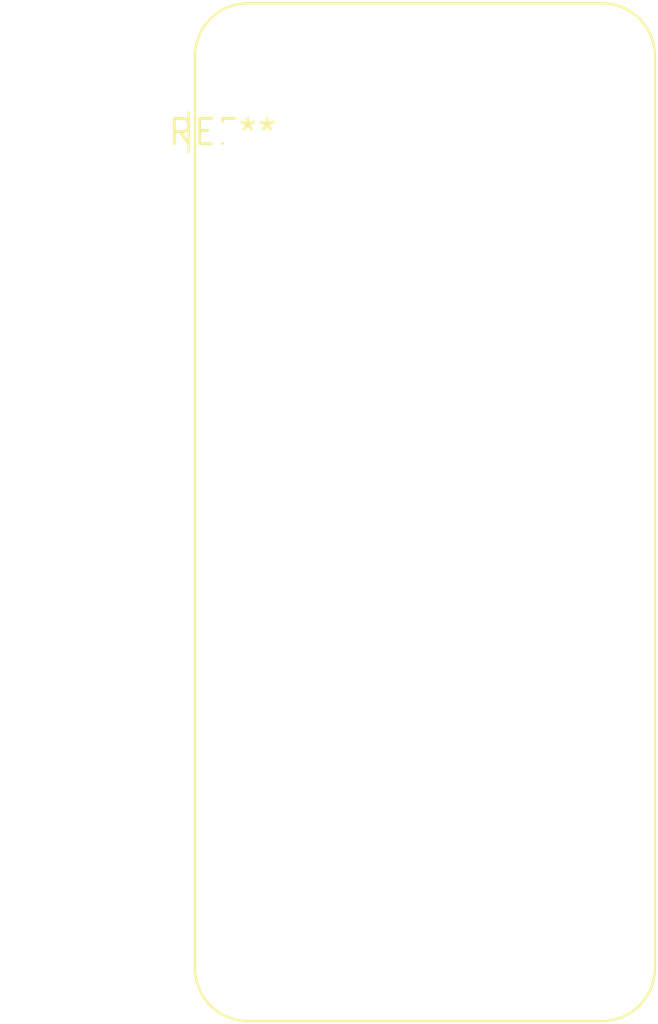
<source format=kicad_pcb>
(kicad_pcb (version 20240108) (generator pcbnew)
  (layers (0 "F.Cu" signal) (31 "B.Cu" signal) (34 "B.Paste" user) (35 "F.Paste" user) (36 "B.SilkS" user "B.Silkscreen") (37 "F.SilkS" user "F.Silkscreen") (38 "B.Mask" user) (39 "F.Mask" user) (44 "Edge.Cuts" user))
  (net 0 "")
  (footprint "Adafruit_Feather_WICED" (layer "F.Cu") (at 0 0)
    (property "Reference" "REF**")
    (property "Value" "Adafruit_Feather_WICED")
    (fp_line (start -1.7 1) (end -1.7 -1) (layer "F.SilkS") (stroke (width 0.12)))
    (fp_line (start -1.38 -3.81) (end -1.38 41.91) (layer "F.SilkS") (stroke (width 0.12)))
    (fp_line (start 19.05 -6.46) (end 1.27 -6.46) (layer "F.SilkS") (stroke (width 0.12)))
    (fp_line (start 19.05 44.56) (end 1.27 44.56) (layer "F.SilkS") (stroke (width 0.12)))
    (fp_line (start 21.7 -3.81) (end 21.7 41.91) (layer "F.SilkS") (stroke (width 0.12)))
    (fp_arc (start -1.38 -3.81) (mid -0.603833 -5.683833) (end 1.27 -6.46) (layer "F.SilkS") (stroke (width 0.12)))
    (fp_arc (start 1.27 44.56) (mid -0.603833 43.783833) (end -1.38 41.91) (layer "F.SilkS") (stroke (width 0.12)))
    (fp_arc (start 19.05 -6.46) (mid 20.923833 -5.683833) (end 21.7 -3.81) (layer "F.SilkS") (stroke (width 0.12)))
    (fp_arc (start 21.7 41.91) (mid 20.923833 43.783833) (end 19.05 44.56) (layer "F.SilkS") (stroke (width 0.12)))
    (pad "1" thru_hole roundrect (at 0 0) (size 2.6 1.6) (drill 1 (offset 0.3 0)) (layers *.Cu *.Mask) (remove_unused_layers) (roundrect_rratio 0.15625))
    (pad "2" thru_hole oval (at 0 2.54) (size 2.6 1.6) (drill 1 (offset 0.3 0)) (layers *.Cu *.Mask) (remove_unused_layers))
    (pad "3" thru_hole oval (at 0 5.08) (size 2.6 1.6) (drill 1 (offset 0.3 0)) (layers *.Cu *.Mask) (remove_unused_layers))
    (pad "4" thru_hole oval (at 0 7.62) (size 2.6 1.6) (drill 1 (offset 0.3 0)) (layers *.Cu *.Mask) (remove_unused_layers))
    (pad "5" thru_hole oval (at 0 10.16) (size 2.6 1.6) (drill 1 (offset 0.3 0)) (layers *.Cu *.Mask) (remove_unused_layers))
    (pad "6" thru_hole oval (at 0 12.7) (size 2.6 1.6) (drill 1 (offset 0.3 0)) (layers *.Cu *.Mask) (remove_unused_layers))
    (pad "7" thru_hole oval (at 0 15.24) (size 2.6 1.6) (drill 1 (offset 0.3 0)) (layers *.Cu *.Mask) (remove_unused_layers))
    (pad "8" thru_hole oval (at 0 17.78) (size 2.6 1.6) (drill 1 (offset 0.3 0)) (layers *.Cu *.Mask) (remove_unused_layers))
    (pad "9" thru_hole oval (at 0 20.32) (size 2.6 1.6) (drill 1 (offset 0.3 0)) (layers *.Cu *.Mask) (remove_unused_layers))
    (pad "10" thru_hole oval (at 0 22.86) (size 2.6 1.6) (drill 1 (offset 0.3 0)) (layers *.Cu *.Mask) (remove_unused_layers))
    (pad "11" thru_hole oval (at 0 25.4) (size 2.6 1.6) (drill 1 (offset 0.3 0)) (layers *.Cu *.Mask) (remove_unused_layers))
    (pad "12" thru_hole oval (at 0 27.94) (size 2.6 1.6) (drill 1 (offset 0.3 0)) (layers *.Cu *.Mask) (remove_unused_layers))
    (pad "13" thru_hole oval (at 0 30.48) (size 2.6 1.6) (drill 1 (offset 0.3 0)) (layers *.Cu *.Mask) (remove_unused_layers))
    (pad "14" thru_hole oval (at 0 33.02) (size 2.6 1.6) (drill 1 (offset 0.3 0)) (layers *.Cu *.Mask) (remove_unused_layers))
    (pad "15" thru_hole oval (at 0 35.56) (size 2.6 1.6) (drill 1 (offset 0.3 0)) (layers *.Cu *.Mask) (remove_unused_layers))
    (pad "16" thru_hole oval (at 0 38.1) (size 2.6 1.6) (drill 1 (offset 0.3 0)) (layers *.Cu *.Mask) (remove_unused_layers))
    (pad "17" thru_hole oval (at 20.32 38.1 180) (size 2.6 1.6) (drill 1 (offset 0.3 0)) (layers *.Cu *.Mask) (remove_unused_layers))
    (pad "18" thru_hole oval (at 20.32 35.56 180) (size 2.6 1.6) (drill 1 (offset 0.3 0)) (layers *.Cu *.Mask) (remove_unused_layers))
    (pad "19" thru_hole oval (at 20.32 33.02 180) (size 2.6 1.6) (drill 1 (offset 0.3 0)) (layers *.Cu *.Mask) (remove_unused_layers))
    (pad "20" thru_hole oval (at 20.32 30.48 180) (size 2.6 1.6) (drill 1 (offset 0.3 0)) (layers *.Cu *.Mask) (remove_unused_layers))
    (pad "21" thru_hole oval (at 20.32 27.94 180) (size 2.6 1.6) (drill 1 (offset 0.3 0)) (layers *.Cu *.Mask) (remove_unused_layers))
    (pad "22" thru_hole oval (at 20.32 25.4 180) (size 2.6 1.6) (drill 1 (offset 0.3 0)) (layers *.Cu *.Mask) (remove_unused_layers))
    (pad "23" thru_hole oval (at 20.32 22.86 180) (size 2.6 1.6) (drill 1 (offset 0.3 0)) (layers *.Cu *.Mask) (remove_unused_layers))
    (pad "24" thru_hole oval (at 20.32 20.32 180) (size 2.3 1.6) (drill 1 (offset 0.15 0)) (layers *.Cu *.Mask) (remove_unused_layers))
    (pad "25" thru_hole oval (at 20.32 17.78 180) (size 2.6 1.6) (drill 1 (offset 0.3 0)) (layers *.Cu *.Mask) (remove_unused_layers))
    (pad "26" thru_hole oval (at 20.32 15.24 180) (size 2.6 1.6) (drill 1 (offset 0.3 0)) (layers *.Cu *.Mask) (remove_unused_layers))
    (pad "27" thru_hole oval (at 20.32 12.7 180) (size 2.6 1.6) (drill 1 (offset 0.3 0)) (layers *.Cu *.Mask) (remove_unused_layers))
    (pad "28" thru_hole oval (at 20.32 10.16 180) (size 2.6 1.6) (drill 1 (offset 0.3 0)) (layers *.Cu *.Mask) (remove_unused_layers))
    (pad "29" thru_hole oval (at 17.78 20.32 180) (size 2.6 1.6) (drill 1 (offset 0.4 0)) (layers *.Cu *.Mask) (remove_unused_layers))
  )
)
</source>
